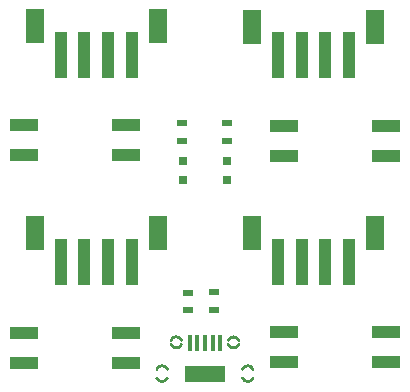
<source format=gtp>
G04*
G04 #@! TF.GenerationSoftware,Altium Limited,Altium Designer,21.4.1 (30)*
G04*
G04 Layer_Color=8421504*
%FSLAX44Y44*%
%MOMM*%
G71*
G04*
G04 #@! TF.SameCoordinates,D9E7D647-E61C-487C-AA5F-480CAE51DE59*
G04*
G04*
G04 #@! TF.FilePolarity,Positive*
G04*
G01*
G75*
%ADD12C,0.2500*%
%ADD17R,0.7000X0.7000*%
%ADD18R,0.9000X0.6000*%
%ADD19R,3.4000X1.3500*%
%ADD20R,0.4000X1.3500*%
%ADD21R,2.4400X1.1300*%
%ADD22R,1.0000X4.0000*%
%ADD23R,1.6000X3.0000*%
D12*
X290760Y23864D02*
G03*
X281940Y23864I-4410J-1764D01*
G01*
Y16386D02*
G03*
X290760Y16386I4410J1764D01*
G01*
X209440D02*
G03*
X218260Y16386I4410J1764D01*
G01*
Y23864D02*
G03*
X209440Y23864I-4410J-1764D01*
G01*
X269940Y44836D02*
G03*
X278760Y44836I4410J1764D01*
G01*
Y48364D02*
G03*
X269940Y48364I-4410J-1764D01*
G01*
X221440Y44836D02*
G03*
X230260Y44836I4410J1764D01*
G01*
Y48364D02*
G03*
X221440Y48364I-4410J-1764D01*
G01*
D17*
X231350Y200451D02*
D03*
Y183950D02*
D03*
X269100Y184000D02*
D03*
Y200500D02*
D03*
D18*
X231100Y217500D02*
D03*
Y232500D02*
D03*
X269100Y217500D02*
D03*
Y232500D02*
D03*
X257500Y73900D02*
D03*
Y88900D02*
D03*
X236000Y73800D02*
D03*
Y88800D02*
D03*
D19*
X250100Y20100D02*
D03*
D20*
X243600Y45850D02*
D03*
X250100D02*
D03*
X237100D02*
D03*
X263100D02*
D03*
X256600D02*
D03*
D21*
X97100Y205000D02*
D03*
Y230400D02*
D03*
X317100Y204400D02*
D03*
Y229800D02*
D03*
X97100Y29300D02*
D03*
Y54700D02*
D03*
X317100Y29700D02*
D03*
Y55100D02*
D03*
X183100Y54700D02*
D03*
Y29300D02*
D03*
X403100Y55100D02*
D03*
Y29700D02*
D03*
Y229800D02*
D03*
Y204400D02*
D03*
X183100Y230400D02*
D03*
Y205000D02*
D03*
D22*
X352100Y289750D02*
D03*
Y114750D02*
D03*
X168100Y289875D02*
D03*
Y114875D02*
D03*
X188100D02*
D03*
X148100D02*
D03*
X128100D02*
D03*
X372100Y114750D02*
D03*
X332100D02*
D03*
X312100D02*
D03*
X372100Y289750D02*
D03*
X332100D02*
D03*
X312100D02*
D03*
X188100Y289875D02*
D03*
X148100D02*
D03*
X128100D02*
D03*
D23*
X106100Y139125D02*
D03*
X210100D02*
D03*
X394100Y139000D02*
D03*
X290100D02*
D03*
X394100Y314000D02*
D03*
X290100D02*
D03*
X106100Y314125D02*
D03*
X210100D02*
D03*
M02*

</source>
